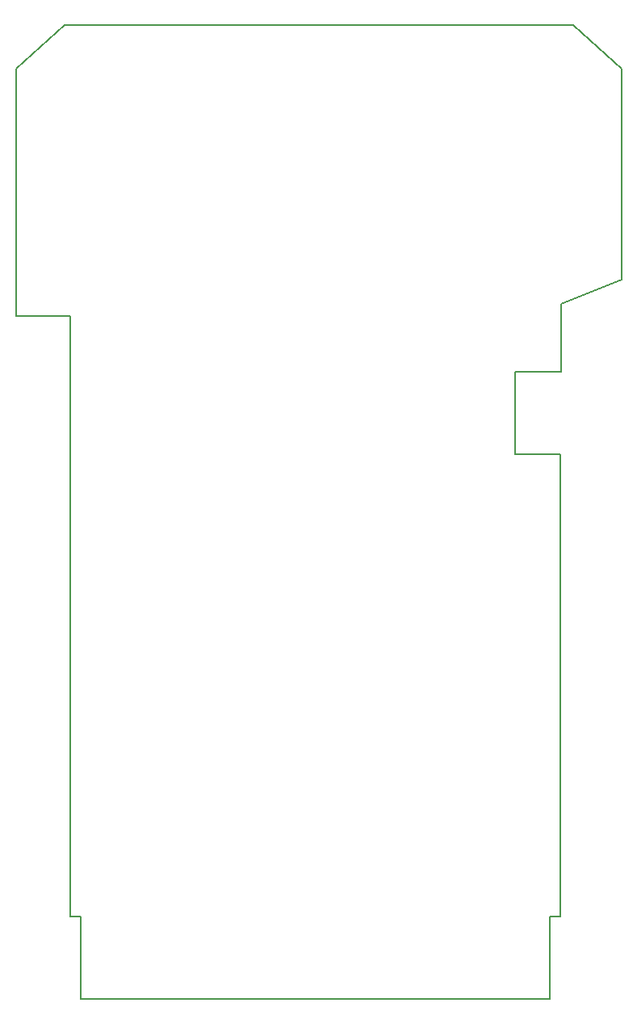
<source format=gm1>
G04 #@! TF.GenerationSoftware,KiCad,Pcbnew,(5.1.12)-1*
G04 #@! TF.CreationDate,2023-02-12T19:07:51-08:00*
G04 #@! TF.ProjectId,GB-BRK-CART,47422d42-524b-42d4-9341-52542e6b6963,v1.0*
G04 #@! TF.SameCoordinates,Original*
G04 #@! TF.FileFunction,Profile,NP*
%FSLAX46Y46*%
G04 Gerber Fmt 4.6, Leading zero omitted, Abs format (unit mm)*
G04 Created by KiCad (PCBNEW (5.1.12)-1) date 2023-02-12 19:07:51*
%MOMM*%
%LPD*%
G01*
G04 APERTURE LIST*
G04 #@! TA.AperFunction,Profile*
%ADD10C,0.150000*%
G04 #@! TD*
G04 APERTURE END LIST*
D10*
X120904000Y-42926000D02*
X125700000Y-42926000D01*
X120904000Y-34290000D02*
X120904000Y-42926000D01*
X125730000Y-34290000D02*
X120904000Y-34290000D01*
X125730000Y-34290000D02*
X125730000Y-27178000D01*
X73660000Y2032000D02*
X68580000Y-2540000D01*
X127000000Y2032000D02*
X73660000Y2032000D01*
X68580000Y-28448000D02*
X74300000Y-28448000D01*
X68580000Y-24638000D02*
X68580000Y-28448000D01*
X68580000Y-2540000D02*
X68580000Y-24638000D01*
X132080000Y-2540000D02*
X127000000Y2032000D01*
X132080000Y-24638000D02*
X132080000Y-2540000D01*
X125730000Y-27178000D02*
X132080000Y-24638000D01*
X74300000Y-91400000D02*
X74300000Y-28448000D01*
X75400000Y-91400000D02*
X74300000Y-91400000D01*
X75400000Y-100000000D02*
X75400000Y-91400000D01*
X125700000Y-91400000D02*
X125700000Y-42926000D01*
X124600000Y-91400000D02*
X125700000Y-91400000D01*
X124600000Y-100000000D02*
X124600000Y-91400000D01*
X75400000Y-100000000D02*
X124600000Y-100000000D01*
M02*

</source>
